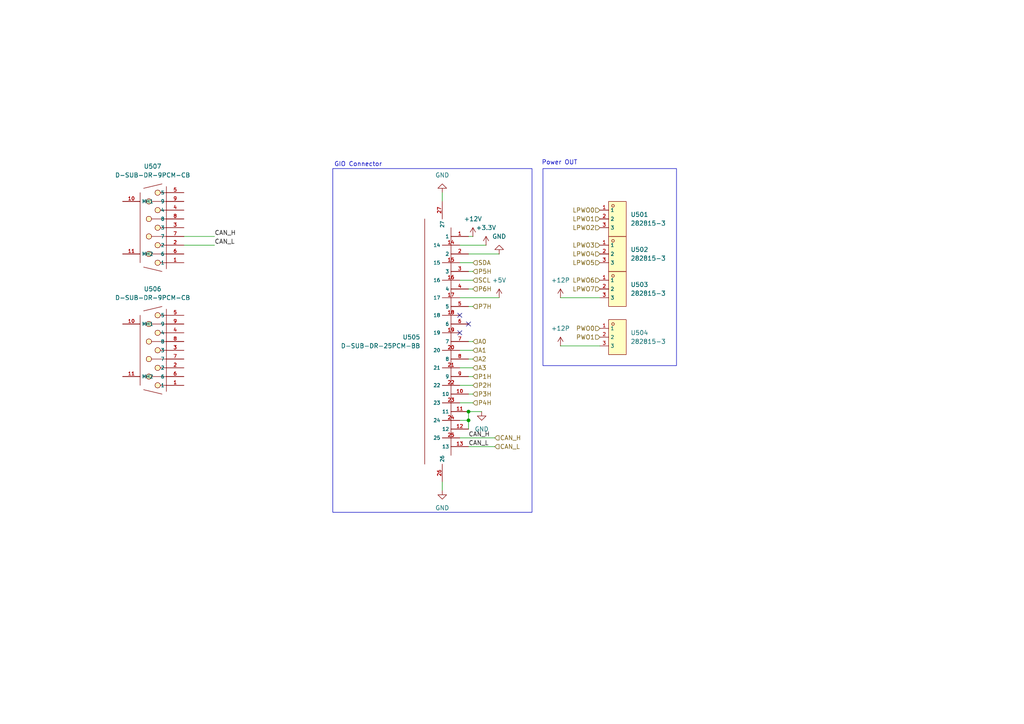
<source format=kicad_sch>
(kicad_sch (version 20231120) (generator "eeschema") (generator_version "8.0")
  (paper "A4")
  (lib_symbols
    (symbol "282815-3:282815-3"
      (property "Reference" "U" (at 0 1.27 0))
      (property "Value" "282815-3" (at 0 -2.54 0))
      (symbol "282815-3_0_1"
        (rectangle (start -2.54 5.08) (end 2.54 -5.08) (fill (type background)))
        (circle (center -1.27 3.81) (radius 0.381) (fill (type background)))
        (pin unspecified line (at -5.08 2.54 0) (length 2.54) (name "1") (number "1"))
        (pin unspecified line (at -5.08 0 0) (length 2.54) (name "2") (number "2"))
        (pin unspecified line (at -5.08 -2.54 0) (length 2.54) (name "3") (number "3"))
      )
    )
    (symbol "D-SUB-DR-25PCM-BB:D-SUB-DR-25PCM-BB"
      (property "Reference" "U" (at 0 1.27 0))
      (property "Value" "D-SUB-DR-25PCM-BB" (at 0 -2.54 0))
      (symbol "D-SUB-DR-25PCM-BB_0_1"
        (polyline (pts (xy -7.62 35.5601) (xy -7.62 -35.5601)))
        (polyline (pts (xy 0 33.0201) (xy 0 -33.0201)))
        (pin unspecified line (at 5.08 30.48 180) (length 5.08) (name "1") (number "1"))
        (pin unspecified line (at 5.08 -15.24 180) (length 5.08) (name "10") (number "10"))
        (pin unspecified line (at 5.08 -20.32 180) (length 5.08) (name "11") (number "11"))
        (pin unspecified line (at 5.08 -25.4 180) (length 5.08) (name "12") (number "12"))
        (pin unspecified line (at 5.08 -30.48 180) (length 5.08) (name "13") (number "13"))
        (pin unspecified line (at 2.54 27.94 180) (length 5.08) (name "14") (number "14"))
        (pin unspecified line (at 2.54 22.86 180) (length 5.08) (name "15") (number "15"))
        (pin unspecified line (at 2.54 17.78 180) (length 5.08) (name "16") (number "16"))
        (pin unspecified line (at 2.54 12.7 180) (length 5.08) (name "17") (number "17"))
        (pin unspecified line (at 2.54 7.62 180) (length 5.08) (name "18") (number "18"))
        (pin unspecified line (at 2.54 2.54 180) (length 5.08) (name "19") (number "19"))
        (pin unspecified line (at 5.08 25.4 180) (length 5.08) (name "2") (number "2"))
        (pin unspecified line (at 2.54 -2.54 180) (length 5.08) (name "20") (number "20"))
        (pin unspecified line (at 2.54 -7.62 180) (length 5.08) (name "21") (number "21"))
        (pin unspecified line (at 2.54 -12.7 180) (length 5.08) (name "22") (number "22"))
        (pin unspecified line (at 2.54 -17.78 180) (length 5.08) (name "23") (number "23"))
        (pin unspecified line (at 2.54 -22.86 180) (length 5.08) (name "24") (number "24"))
        (pin unspecified line (at 2.54 -27.94 180) (length 5.08) (name "25") (number "25"))
        (pin unspecified line (at -2.54 -40.64 90) (length 5.08) (name "26") (number "26"))
        (pin unspecified line (at -2.54 40.64 270) (length 5.08) (name "27") (number "27"))
        (pin unspecified line (at 5.08 20.32 180) (length 5.08) (name "3") (number "3"))
        (pin unspecified line (at 5.08 15.24 180) (length 5.08) (name "4") (number "4"))
        (pin unspecified line (at 5.08 10.16 180) (length 5.08) (name "5") (number "5"))
        (pin unspecified line (at 5.08 5.08 180) (length 5.08) (name "6") (number "6"))
        (pin unspecified line (at 5.08 0 180) (length 5.08) (name "7") (number "7"))
        (pin unspecified line (at 5.08 -5.08 180) (length 5.08) (name "8") (number "8"))
        (pin unspecified line (at 5.08 -10.16 180) (length 5.08) (name "9") (number "9"))
      )
    )
    (symbol "D-SUB-DR-9PCM-CB:D-SUB-DR-9PCM-CB"
      (property "Reference" "U" (at 0 1.27 0))
      (property "Value" "D-SUB-DR-9PCM-CB" (at 0 -2.54 0))
      (symbol "D-SUB-DR-9PCM-CB_0_1"
        (arc (start -5.3618 169.9909) (mid -4.6426 168.7471) (end -3.3987 169.4662))
        (arc (start -4.6424 146.2141) (mid -5.3618 144.9703) (end -4.1181 144.2509))
        (circle (center -2.54 -10.16) (radius 0.762) (fill (type background)))
        (circle (center -2.54 -5.08) (radius 0.762) (fill (type background)))
        (circle (center -2.54 0) (radius 0.762) (fill (type background)))
        (circle (center -2.54 5.08) (radius 0.762) (fill (type background)))
        (circle (center -2.54 10.16) (radius 0.762) (fill (type background)))
        (circle (center 0 -7.62) (radius 0.762) (fill (type background)))
        (circle (center 0 -2.54) (radius 0.762) (fill (type background)))
        (polyline (pts (xy -5.08 -11.938) (xy -5.08 -10.16)))
        (polyline (pts (xy -5.08 -10.16) (xy -5.08 10.16)))
        (polyline (pts (xy -5.08 -7.62) (xy -0.762 -7.62)))
        (polyline (pts (xy -5.08 -2.54) (xy -0.762 -2.54)))
        (polyline (pts (xy -5.08 2.54) (xy -0.762 2.54)))
        (polyline (pts (xy -5.08 7.62) (xy -0.762 7.62)))
        (polyline (pts (xy -5.08 11.938) (xy -5.08 10.16)))
        (polyline (pts (xy -3.302 -10.16) (xy -5.08 -10.16)))
        (polyline (pts (xy -3.302 -5.08) (xy -5.08 -5.08)))
        (polyline (pts (xy -3.302 0) (xy -5.08 0)))
        (polyline (pts (xy -3.302 5.08) (xy -5.08 5.08)))
        (polyline (pts (xy -3.302 10.16) (xy -5.08 10.16)))
        (polyline (pts (xy 1.524 -11.43) (xy -3.81 -12.7)))
        (polyline (pts (xy 1.524 11.43) (xy -3.81 12.7)))
        (polyline (pts (xy 2.54 -10.16) (xy 2.54 10.16)))
        (circle (center 0 2.54) (radius 0.762) (fill (type background)))
        (circle (center 0 7.62) (radius 0.762) (fill (type background)))
        (arc (start 0.9297 168.8151) (mid 1.5076 167.1148) (end 3.208 167.6923))
        (arc (start 1.5134 147.8465) (mid 0.9434 146.1433) (end 2.6467 145.5733))
        (pin input line (at -10.16 10.16 0) (length 5.08) (name "1") (number "1"))
        (pin input line (at 7.62 -7.62 180) (length 5.08) (name "MH1") (number "10"))
        (pin input line (at 7.62 7.62 180) (length 5.08) (name "MH2") (number "11"))
        (pin input line (at -10.16 5.08 0) (length 5.08) (name "2") (number "2"))
        (pin input line (at -10.16 0 0) (length 5.08) (name "3") (number "3"))
        (pin input line (at -10.16 -5.08 0) (length 5.08) (name "4") (number "4"))
        (pin input line (at -10.16 -10.16 0) (length 5.08) (name "5") (number "5"))
        (pin input line (at -10.16 7.62 0) (length 5.08) (name "6") (number "6"))
        (pin input line (at -10.16 2.54 0) (length 5.08) (name "7") (number "7"))
        (pin input line (at -10.16 -2.54 0) (length 5.08) (name "8") (number "8"))
        (pin input line (at -10.16 -7.62 0) (length 5.08) (name "9") (number "9"))
      )
    )
    (symbol "power:+12P" (power) (pin_numbers hide) (pin_names (offset 0) hide)
      (property "Value" "+12P" (at 0 3.556 0))
      (symbol "+12P_0_1"
        (polyline (pts (xy -0.762 1.27) (xy 0 2.54)))
        (polyline (pts (xy 0 0) (xy 0 2.54)))
        (polyline (pts (xy 0 2.54) (xy 0.762 1.27)))
      )
      (symbol "+12P_1_1"
        (pin power_in line (at 0 0 90) (length 0) (name "~") (number "1"))
      )
    )
    (symbol "power:+12V" (power) (pin_numbers hide) (pin_names (offset 0) hide)
      (property "Value" "+12V" (at 0 3.556 0))
      (symbol "+12V_0_1"
        (polyline (pts (xy -0.762 1.27) (xy 0 2.54)))
        (polyline (pts (xy 0 0) (xy 0 2.54)))
        (polyline (pts (xy 0 2.54) (xy 0.762 1.27)))
      )
      (symbol "+12V_1_1"
        (pin power_in line (at 0 0 90) (length 0) (name "~") (number "1"))
      )
    )
    (symbol "power:+3.3V" (power) (pin_numbers hide) (pin_names (offset 0) hide)
      (property "Value" "+3.3V" (at 0 3.556 0))
      (symbol "+3.3V_0_1"
        (polyline (pts (xy -0.762 1.27) (xy 0 2.54)))
        (polyline (pts (xy 0 0) (xy 0 2.54)))
        (polyline (pts (xy 0 2.54) (xy 0.762 1.27)))
      )
      (symbol "+3.3V_1_1"
        (pin power_in line (at 0 0 90) (length 0) (name "~") (number "1"))
      )
    )
    (symbol "power:+5V" (power) (pin_numbers hide) (pin_names (offset 0) hide)
      (property "Value" "+5V" (at 0 3.556 0))
      (symbol "+5V_0_1"
        (polyline (pts (xy -0.762 1.27) (xy 0 2.54)))
        (polyline (pts (xy 0 0) (xy 0 2.54)))
        (polyline (pts (xy 0 2.54) (xy 0.762 1.27)))
      )
      (symbol "+5V_1_1"
        (pin power_in line (at 0 0 90) (length 0) (name "~") (number "1"))
      )
    )
    (symbol "power:GND" (power) (pin_numbers hide) (pin_names (offset 0) hide)
      (property "Value" "GND" (at 0 -3.81 0))
      (symbol "GND_0_1"
        (polyline (pts (xy 0 0) (xy 0 -1.27) (xy 1.27 -1.27) (xy 0 -2.54) (xy -1.27 -1.27) (xy 0 -1.27)))
      )
      (symbol "GND_1_1"
        (pin power_in line (at 0 0 270) (length 0) (name "~") (number "1"))
      )
    )
  )
  (junction (at 135.89 119.38))
  (junction (at 135.89 121.92))
  (no_connect (at 133.35 91.44))
  (no_connect (at 133.35 96.52))
  (no_connect (at 135.89 93.98))
  (wire (pts (xy 162.56 100.33) (xy 173.99 100.33)))
  (wire (pts (xy 135.89 121.92) (xy 135.89 124.46)))
  (wire (pts (xy 133.35 116.84) (xy 137.16 116.84)))
  (wire (pts (xy 133.35 121.92) (xy 135.89 121.92)))
  (wire (pts (xy 133.35 106.68) (xy 137.16 106.68)))
  (wire (pts (xy 133.35 71.12) (xy 140.97 71.12)))
  (wire (pts (xy 137.16 83.82) (xy 135.89 83.82)))
  (wire (pts (xy 133.35 81.28) (xy 137.16 81.28)))
  (wire (pts (xy 135.89 104.14) (xy 137.16 104.14)))
  (wire (pts (xy 135.89 73.66) (xy 144.78 73.66)))
  (wire (pts (xy 133.35 111.76) (xy 137.16 111.76)))
  (wire (pts (xy 162.56 86.36) (xy 173.99 86.36)))
  (wire (pts (xy 135.89 129.54) (xy 143.51 129.54)))
  (wire (pts (xy 128.27 139.7) (xy 128.27 142.24)))
  (wire (pts (xy 53.34 68.58) (xy 62.23 68.58)))
  (wire (pts (xy 135.89 68.58) (xy 137.16 68.58)))
  (wire (pts (xy 53.34 71.12) (xy 62.23 71.12)))
  (wire (pts (xy 135.89 119.38) (xy 135.89 121.92)))
  (wire (pts (xy 135.89 119.38) (xy 139.7 119.38)))
  (wire (pts (xy 133.35 86.36) (xy 144.78 86.36)))
  (wire (pts (xy 133.35 127) (xy 143.51 127)))
  (wire (pts (xy 135.89 88.9) (xy 137.16 88.9)))
  (wire (pts (xy 137.16 76.2) (xy 133.35 76.2)))
  (wire (pts (xy 135.89 99.06) (xy 137.16 99.06)))
  (wire (pts (xy 128.27 55.88) (xy 128.27 58.42)))
  (wire (pts (xy 135.89 109.22) (xy 137.16 109.22)))
  (wire (pts (xy 137.16 78.74) (xy 135.89 78.74)))
  (wire (pts (xy 133.35 101.6) (xy 137.16 101.6)))
  (wire (pts (xy 135.89 114.3) (xy 137.16 114.3)))
  (rectangle (start 96.52 48.895) (end 154.305 148.59))
  (rectangle (start 157.48 48.895) (end 196.215 106.045))
  (text "GIO Connector" (at 103.886 47.752 0) (effects (font (size 1.27 1.27))))
  (text "Power OUT\n" (at 162.306 47.244 0) (effects (font (size 1.27 1.27))))
  (label "CAN_H" (at 135.89 127 0))
  (label "CAN_L" (at 62.23 71.12 0))
  (label "CAN_L" (at 135.89 129.54 0))
  (label "CAN_H" (at 62.23 68.58 0))
  (hierarchical_label "PWO0" (shape input) (at 173.99 95.25 180))
  (hierarchical_label "LPWO3" (shape input) (at 173.99 71.12 180))
  (hierarchical_label "LPWO5" (shape input) (at 173.99 76.2 180))
  (hierarchical_label "PWO1" (shape input) (at 173.99 97.79 180))
  (hierarchical_label "A1" (shape input) (at 137.16 101.6 0))
  (hierarchical_label "P4H" (shape input) (at 137.16 116.84 0))
  (hierarchical_label "CAN_L" (shape input) (at 143.51 129.54 0))
  (hierarchical_label "P1H" (shape input) (at 137.16 109.22 0))
  (hierarchical_label "LPWO6" (shape input) (at 173.99 81.28 180))
  (hierarchical_label "A3" (shape input) (at 137.16 106.68 0))
  (hierarchical_label "P6H" (shape input) (at 137.16 83.82 0))
  (hierarchical_label "A2" (shape input) (at 137.16 104.14 0))
  (hierarchical_label "LPWO7" (shape input) (at 173.99 83.82 180))
  (hierarchical_label "LPWO0" (shape input) (at 173.99 60.96 180))
  (hierarchical_label "P5H" (shape input) (at 137.16 78.74 0))
  (hierarchical_label "SCL" (shape input) (at 137.16 81.28 0))
  (hierarchical_label "LPWO1" (shape input) (at 173.99 63.5 180))
  (hierarchical_label "LPWO2" (shape input) (at 173.99 66.04 180))
  (hierarchical_label "SDA" (shape input) (at 137.16 76.2 0))
  (hierarchical_label "P3H" (shape input) (at 137.16 114.3 0))
  (hierarchical_label "A0" (shape input) (at 137.16 99.06 0))
  (hierarchical_label "LPWO4" (shape input) (at 173.99 73.66 180))
  (hierarchical_label "P7H" (shape input) (at 137.16 88.9 0))
  (hierarchical_label "P2H" (shape input) (at 137.16 111.76 0))
  (hierarchical_label "CAN_H" (shape input) (at 143.51 127 0))
  (symbol (lib_id "power:+12V") (at 137.16 68.58 0) (unit 1)
    (property "Reference" "#PWR0502" (effects (hide yes)))
    (property "Value" "+12V" (at 137.16 63.5 0))
    (property "Description" "Power symbol creates a global label with name \"+12V\"" (effects (hide yes)))
  )
  (symbol (lib_id "power:+12P") (at 162.56 100.33 0) (unit 1)
    (property "Reference" "#PWR0506" (effects (hide yes)))
    (property "Value" "+12P" (at 162.56 95.25 0))
    (property "Description" "Power symbol creates a global label with name \"+12P\"" (effects (hide yes)))
  )
  (symbol (lib_id "power:GND") (at 128.27 55.88 180) (unit 1)
    (property "Reference" "#PWR0501" (effects (hide yes)))
    (property "Value" "GND" (at 128.27 50.8 0))
    (property "Description" "Power symbol creates a global label with name \"GND\" , ground" (effects (hide yes)))
  )
  (symbol (lib_id "power:GND") (at 144.78 73.66 180) (unit 1)
    (property "Reference" "#PWR0504" (effects (hide yes)))
    (property "Value" "GND" (at 144.78 68.58 0))
    (property "Description" "Power symbol creates a global label with name \"GND\" , ground" (effects (hide yes)))
  )
  (symbol (lib_id "power:GND") (at 139.7 119.38 0) (unit 1)
    (property "Reference" "#PWR0507" (effects (hide yes)))
    (property "Value" "GND" (at 139.7 124.46 0))
    (property "Description" "Power symbol creates a global label with name \"GND\" , ground" (effects (hide yes)))
  )
  (symbol (lib_id "282815-3:282815-3") (at 179.07 63.5 0) (unit 1)
    (property "Reference" "U501" (at 182.88 62.2299 0) (effects (justify left)))
    (property "Value" "282815-3" (at 182.88 64.7699 0) (effects (justify left)))
    (property "Footprint" "footprint:CONN-TH_3P-P5.08_TE_282815-3" (effects (hide yes)))
    (property "Datasheet" "https://atta.szlcsc.com/upload/public/pdf/source/20220505/0588D301BAC24563B79B9877361C676E.pdf" (effects (hide yes)))
    (property "LCSC" "C3009947" (effects (hide yes)))
  )
  (symbol (lib_id "D-SUB-DR-9PCM-CB:D-SUB-DR-9PCM-CB") (at 43.18 101.6 180) (unit 1)
    (property "Reference" "U506" (at 44.2741 83.82 0))
    (property "Value" "D-SUB-DR-9PCM-CB" (at 44.2741 86.36 0))
    (property "Footprint" "footprint:DB9-TH_D-SUB-DR-9PCM-CB" (effects (hide yes)))
    (property "Datasheet" "https://atta.szlcsc.com/upload/public/pdf/source/20231108/FB2E8AB0BE4F620DDF3F7F4D0B9AFB97.pdf" (effects (hide yes)))
    (property "LCSC" "C19077337" (effects (hide yes)))
  )
  (symbol (lib_id "282815-3:282815-3") (at 179.07 83.82 0) (unit 1)
    (property "Reference" "U503" (at 182.88 82.5499 0) (effects (justify left)))
    (property "Value" "282815-3" (at 182.88 85.0899 0) (effects (justify left)))
    (property "Footprint" "footprint:CONN-TH_3P-P5.08_TE_282815-3" (effects (hide yes)))
    (property "Datasheet" "https://atta.szlcsc.com/upload/public/pdf/source/20220505/0588D301BAC24563B79B9877361C676E.pdf" (effects (hide yes)))
    (property "LCSC" "C3009947" (effects (hide yes)))
  )
  (symbol (lib_id "282815-3:282815-3") (at 179.07 73.66 0) (unit 1)
    (property "Reference" "U502" (at 182.88 72.3899 0) (effects (justify left)))
    (property "Value" "282815-3" (at 182.88 74.9299 0) (effects (justify left)))
    (property "Footprint" "footprint:CONN-TH_3P-P5.08_TE_282815-3" (effects (hide yes)))
    (property "Datasheet" "https://atta.szlcsc.com/upload/public/pdf/source/20220505/0588D301BAC24563B79B9877361C676E.pdf" (effects (hide yes)))
    (property "LCSC" "C3009947" (effects (hide yes)))
  )
  (symbol (lib_id "D-SUB-DR-9PCM-CB:D-SUB-DR-9PCM-CB") (at 43.18 66.04 180) (unit 1)
    (property "Reference" "U507" (at 44.2741 48.26 0))
    (property "Value" "D-SUB-DR-9PCM-CB" (at 44.2741 50.8 0))
    (property "Footprint" "footprint:DB9-TH_D-SUB-DR-9PCM-CB" (effects (hide yes)))
    (property "Datasheet" "https://atta.szlcsc.com/upload/public/pdf/source/20231108/FB2E8AB0BE4F620DDF3F7F4D0B9AFB97.pdf" (effects (hide yes)))
    (property "LCSC" "C19077337" (effects (hide yes)))
  )
  (symbol (lib_id "power:+3.3V") (at 140.97 71.12 0) (unit 1)
    (property "Reference" "#PWR0503" (effects (hide yes)))
    (property "Value" "+3.3V" (at 140.97 66.04 0))
    (property "Description" "Power symbol creates a global label with name \"+3.3V\"" (effects (hide yes)))
  )
  (symbol (lib_id "power:GND") (at 128.27 142.24 0) (unit 1)
    (property "Reference" "#PWR0508" (effects (hide yes)))
    (property "Value" "GND" (at 128.27 147.32 0))
    (property "Description" "Power symbol creates a global label with name \"GND\" , ground" (effects (hide yes)))
  )
  (symbol (lib_id "power:+5V") (at 144.78 86.36 0) (mirror y) (unit 1)
    (property "Reference" "#PWR0606" (effects (hide yes)))
    (property "Value" "+5V" (at 144.78 81.28 0))
    (property "Description" "Power symbol creates a global label with name \"+5V\"" (effects (hide yes)))
  )
  (symbol (lib_id "282815-3:282815-3") (at 179.07 97.79 0) (unit 1)
    (property "Reference" "U504" (at 182.88 96.5199 0) (effects (justify left)))
    (property "Value" "282815-3" (at 182.88 99.0599 0) (effects (justify left)))
    (property "Footprint" "footprint:CONN-TH_3P-P5.08_TE_282815-3" (effects (hide yes)))
    (property "Datasheet" "https://atta.szlcsc.com/upload/public/pdf/source/20220505/0588D301BAC24563B79B9877361C676E.pdf" (effects (hide yes)))
    (property "LCSC" "C3009947" (effects (hide yes)))
  )
  (symbol (lib_id "D-SUB-DR-25PCM-BB:D-SUB-DR-25PCM-BB") (at 130.81 99.06 0) (unit 1)
    (property "Reference" "U505" (at 121.92 97.7899 0) (effects (justify right)))
    (property "Value" "D-SUB-DR-25PCM-BB" (at 121.92 100.3299 0) (effects (justify right)))
    (property "Footprint" "footprint:DB25-TH_D-SUB-DR-25PCM-BB" (effects (hide yes)))
    (property "Datasheet" "https://atta.szlcsc.com/upload/public/pdf/source/20231108/848E1C4097B15A7AE9A4448451ACC9B7.pdf" (effects (hide yes)))
    (property "LCSC" "C19077339" (effects (hide yes)))
  )
  (symbol (lib_id "power:+12P") (at 162.56 86.36 0) (unit 1)
    (property "Reference" "#PWR0505" (effects (hide yes)))
    (property "Value" "+12P" (at 162.56 81.28 0))
    (property "Description" "Power symbol creates a global label with name \"+12P\"" (effects (hide yes)))
  )
)
</source>
